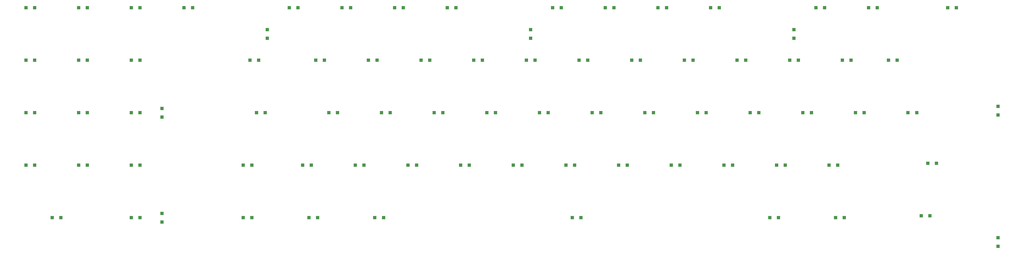
<source format=gtp>
G04 #@! TF.GenerationSoftware,KiCad,Pcbnew,5.1.6*
G04 #@! TF.CreationDate,2020-07-30T11:30:43-04:00*
G04 #@! TF.ProjectId,southpawpcb,736f7574-6870-4617-9770-63622e6b6963,rev?*
G04 #@! TF.SameCoordinates,Original*
G04 #@! TF.FileFunction,Paste,Top*
G04 #@! TF.FilePolarity,Positive*
%FSLAX46Y46*%
G04 Gerber Fmt 4.6, Leading zero omitted, Abs format (unit mm)*
G04 Created by KiCad (PCBNEW 5.1.6) date 2020-07-30 11:30:43*
%MOMM*%
%LPD*%
G01*
G04 APERTURE LIST*
%ADD10R,1.200000X1.200000*%
G04 APERTURE END LIST*
D10*
G04 #@! TO.C,D7*
X136581000Y20725000D03*
X139731000Y20725000D03*
G04 #@! TD*
G04 #@! TO.C,D48*
X268318000Y-17375000D03*
X265168000Y-17375000D03*
G04 #@! TD*
G04 #@! TO.C,D72*
X100819000Y-55475000D03*
X103969000Y-55475000D03*
G04 #@! TD*
G04 #@! TO.C,D39*
X60381200Y-17375000D03*
X63531200Y-17375000D03*
G04 #@! TD*
G04 #@! TO.C,D2*
X44481200Y20725000D03*
X41331200Y20725000D03*
G04 #@! TD*
G04 #@! TO.C,D50*
X306418000Y-17375000D03*
X303268000Y-17375000D03*
G04 #@! TD*
G04 #@! TO.C,D21*
X60381200Y1675000D03*
X63531200Y1675000D03*
G04 #@! TD*
G04 #@! TO.C,D53*
X25431200Y-36425000D03*
X22281200Y-36425000D03*
G04 #@! TD*
G04 #@! TO.C,D26*
X168306000Y1675000D03*
X165156000Y1675000D03*
G04 #@! TD*
G04 #@! TO.C,D60*
X160394000Y-36425000D03*
X163544000Y-36425000D03*
G04 #@! TD*
G04 #@! TO.C,D42*
X154018000Y-17375000D03*
X150868000Y-17375000D03*
G04 #@! TD*
G04 #@! TO.C,D4*
X82581200Y20725000D03*
X79431200Y20725000D03*
G04 #@! TD*
G04 #@! TO.C,D3*
X60381200Y20725000D03*
X63531200Y20725000D03*
G04 #@! TD*
G04 #@! TO.C,D25*
X146106000Y1675000D03*
X149256000Y1675000D03*
G04 #@! TD*
G04 #@! TO.C,D71*
X63487500Y-55475000D03*
X60337500Y-55475000D03*
G04 #@! TD*
G04 #@! TO.C,D78*
X346087000Y-54768800D03*
X349237000Y-54768800D03*
G04 #@! TD*
G04 #@! TO.C,D77*
X315131000Y-55475000D03*
X318281000Y-55475000D03*
G04 #@! TD*
G04 #@! TO.C,D45*
X208018000Y-17375000D03*
X211168000Y-17375000D03*
G04 #@! TD*
G04 #@! TO.C,D16*
X311181000Y20725000D03*
X308031000Y20725000D03*
G04 #@! TD*
G04 #@! TO.C,D22*
X71481200Y-15800000D03*
X71481200Y-18950000D03*
G04 #@! TD*
G04 #@! TO.C,D10*
X204831000Y12775000D03*
X204831000Y9625000D03*
G04 #@! TD*
G04 #@! TO.C,D54*
X41331200Y-36425000D03*
X44481200Y-36425000D03*
G04 #@! TD*
G04 #@! TO.C,D19*
X22281200Y1675000D03*
X25431200Y1675000D03*
G04 #@! TD*
G04 #@! TO.C,D57*
X100819000Y-36425000D03*
X103969000Y-36425000D03*
G04 #@! TD*
G04 #@! TO.C,D47*
X246118000Y-17375000D03*
X249268000Y-17375000D03*
G04 #@! TD*
G04 #@! TO.C,D15*
X300081000Y9625000D03*
X300081000Y12775000D03*
G04 #@! TD*
G04 #@! TO.C,D67*
X296894000Y-36425000D03*
X293744000Y-36425000D03*
G04 #@! TD*
G04 #@! TO.C,D36*
X373856000Y-15093800D03*
X373856000Y-18243800D03*
G04 #@! TD*
G04 #@! TO.C,D62*
X198494000Y-36425000D03*
X201644000Y-36425000D03*
G04 #@! TD*
G04 #@! TO.C,D61*
X179444000Y-36425000D03*
X182594000Y-36425000D03*
G04 #@! TD*
G04 #@! TO.C,D52*
X344475000Y-17375000D03*
X341325000Y-17375000D03*
G04 #@! TD*
G04 #@! TO.C,D37*
X22281200Y-17375000D03*
X25431200Y-17375000D03*
G04 #@! TD*
G04 #@! TO.C,D65*
X255644000Y-36425000D03*
X258794000Y-36425000D03*
G04 #@! TD*
G04 #@! TO.C,D14*
X269931000Y20725000D03*
X273081000Y20725000D03*
G04 #@! TD*
G04 #@! TO.C,D68*
X312750000Y-36425000D03*
X315900000Y-36425000D03*
G04 #@! TD*
G04 #@! TO.C,D18*
X358806000Y20725000D03*
X355656000Y20725000D03*
G04 #@! TD*
G04 #@! TO.C,D38*
X44481200Y-17375000D03*
X41331200Y-17375000D03*
G04 #@! TD*
G04 #@! TO.C,D12*
X234981000Y20725000D03*
X231831000Y20725000D03*
G04 #@! TD*
G04 #@! TO.C,D58*
X125444000Y-36425000D03*
X122294000Y-36425000D03*
G04 #@! TD*
G04 #@! TO.C,D34*
X320706000Y1675000D03*
X317556000Y1675000D03*
G04 #@! TD*
G04 #@! TO.C,D20*
X44481200Y1675000D03*
X41331200Y1675000D03*
G04 #@! TD*
G04 #@! TO.C,D69*
X348469000Y-35718800D03*
X351619000Y-35718800D03*
G04 #@! TD*
G04 #@! TO.C,D40*
X108775000Y-17375000D03*
X105625000Y-17375000D03*
G04 #@! TD*
G04 #@! TO.C,D56*
X71481200Y-53900000D03*
X71481200Y-57050000D03*
G04 #@! TD*
G04 #@! TO.C,D23*
X103244000Y1675000D03*
X106394000Y1675000D03*
G04 #@! TD*
G04 #@! TO.C,D17*
X327081000Y20725000D03*
X330231000Y20725000D03*
G04 #@! TD*
G04 #@! TO.C,D32*
X282606000Y1675000D03*
X279456000Y1675000D03*
G04 #@! TD*
G04 #@! TO.C,D31*
X260406000Y1675000D03*
X263556000Y1675000D03*
G04 #@! TD*
G04 #@! TO.C,D9*
X174681000Y20725000D03*
X177831000Y20725000D03*
G04 #@! TD*
G04 #@! TO.C,D64*
X239744000Y-36425000D03*
X236594000Y-36425000D03*
G04 #@! TD*
G04 #@! TO.C,D74*
X151594000Y-55475000D03*
X148444000Y-55475000D03*
G04 #@! TD*
G04 #@! TO.C,D76*
X294469000Y-55475000D03*
X291319000Y-55475000D03*
G04 #@! TD*
G04 #@! TO.C,D49*
X284218000Y-17375000D03*
X287368000Y-17375000D03*
G04 #@! TD*
G04 #@! TO.C,D70*
X31762500Y-55475000D03*
X34912500Y-55475000D03*
G04 #@! TD*
G04 #@! TO.C,D75*
X223031000Y-55475000D03*
X219881000Y-55475000D03*
G04 #@! TD*
G04 #@! TO.C,D8*
X158781000Y20725000D03*
X155631000Y20725000D03*
G04 #@! TD*
G04 #@! TO.C,D28*
X203256000Y1675000D03*
X206406000Y1675000D03*
G04 #@! TD*
G04 #@! TO.C,D13*
X250881000Y20725000D03*
X254031000Y20725000D03*
G04 #@! TD*
G04 #@! TO.C,D66*
X274694000Y-36425000D03*
X277844000Y-36425000D03*
G04 #@! TD*
G04 #@! TO.C,D6*
X120681000Y20725000D03*
X117531000Y20725000D03*
G04 #@! TD*
G04 #@! TO.C,D44*
X192118000Y-17375000D03*
X188968000Y-17375000D03*
G04 #@! TD*
G04 #@! TO.C,D46*
X230218000Y-17375000D03*
X227068000Y-17375000D03*
G04 #@! TD*
G04 #@! TO.C,D51*
X322318000Y-17375000D03*
X325468000Y-17375000D03*
G04 #@! TD*
G04 #@! TO.C,D11*
X212781000Y20725000D03*
X215931000Y20725000D03*
G04 #@! TD*
G04 #@! TO.C,D63*
X220694000Y-36425000D03*
X217544000Y-36425000D03*
G04 #@! TD*
G04 #@! TO.C,D29*
X222306000Y1675000D03*
X225456000Y1675000D03*
G04 #@! TD*
G04 #@! TO.C,D55*
X60381200Y-36425000D03*
X63531200Y-36425000D03*
G04 #@! TD*
G04 #@! TO.C,D5*
X109581000Y9625000D03*
X109581000Y12775000D03*
G04 #@! TD*
G04 #@! TO.C,D43*
X169918000Y-17375000D03*
X173068000Y-17375000D03*
G04 #@! TD*
G04 #@! TO.C,D73*
X127781000Y-55475000D03*
X124631000Y-55475000D03*
G04 #@! TD*
G04 #@! TO.C,D33*
X298506000Y1675000D03*
X301656000Y1675000D03*
G04 #@! TD*
G04 #@! TO.C,D30*
X244506000Y1675000D03*
X241356000Y1675000D03*
G04 #@! TD*
G04 #@! TO.C,D35*
X334225000Y1675000D03*
X337375000Y1675000D03*
G04 #@! TD*
G04 #@! TO.C,D24*
X130206000Y1675000D03*
X127056000Y1675000D03*
G04 #@! TD*
G04 #@! TO.C,D59*
X144494000Y-36425000D03*
X141344000Y-36425000D03*
G04 #@! TD*
G04 #@! TO.C,D41*
X131818000Y-17375000D03*
X134968000Y-17375000D03*
G04 #@! TD*
G04 #@! TO.C,D1*
X22281200Y20725000D03*
X25431200Y20725000D03*
G04 #@! TD*
G04 #@! TO.C,D27*
X187356000Y1675000D03*
X184206000Y1675000D03*
G04 #@! TD*
G04 #@! TO.C,D79*
X373856000Y-65868800D03*
X373856000Y-62718800D03*
G04 #@! TD*
M02*

</source>
